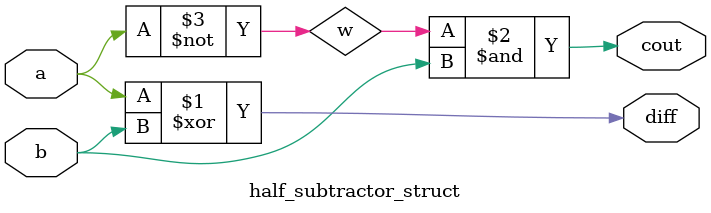
<source format=v>
module half_subtractor_struct
( output cout,diff,
  input  a,b);
 

wire w;
 
xor x0(diff,a,b);
not n0(w,a);
and a0(cout,w,b);

endmodule

</source>
